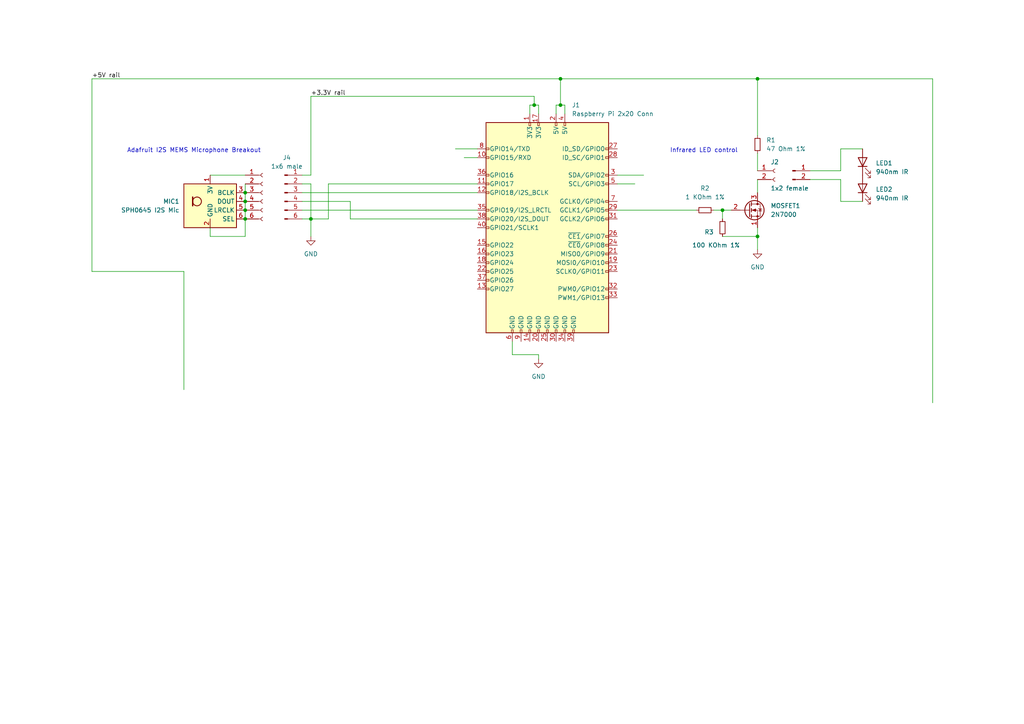
<source format=kicad_sch>
(kicad_sch (version 20211123) (generator eeschema)
  (paper "A4")
  (title_block (title "BirdBox1 Interface Hatlet for Pi Zero W") (date "2024-02-02") (rev "0.1"))
  (lib_symbols
    (symbol "Connector:Conn_01x02_Female" (pin_names (offset 1.016) hide)
      (property "Reference" "J" (at 0 2.54 0))
      (property "Value" "Conn_01x02_Female" (at 0 -5.08 0))
      (symbol "Conn_01x02_Female_1_1"
        (arc (start 0 -2.032) (mid -0.508 -2.54) (end 0 -3.048) (stroke (width 0.1524)))
        (polyline (pts (xy -1.27 -2.54) (xy -0.508 -2.54)) (stroke (width 0.1524)))
        (polyline (pts (xy -1.27 0) (xy -0.508 0)) (stroke (width 0.1524)))
        (arc (start 0 0.508) (mid -0.508 0) (end 0 -0.508) (stroke (width 0.1524)))
        (pin passive line (at -5.08 0 0) (length 3.81) (name "Pin_1") (number "1"))
        (pin passive line (at -5.08 -2.54 0) (length 3.81) (name "Pin_2") (number "2"))
      )
    )
    (symbol "Connector:Conn_01x02_Male" (pin_names (offset 1.016) hide)
      (property "Reference" "J" (at 0 2.54 0))
      (property "Value" "Conn_01x02_Male" (at 0 -5.08 0))
      (symbol "Conn_01x02_Male_1_1"
        (polyline (pts (xy 1.27 -2.54) (xy 0.8636 -2.54)) (stroke (width 0.1524)))
        (polyline (pts (xy 1.27 0) (xy 0.8636 0)) (stroke (width 0.1524)))
        (rectangle (start 0.8636 -2.413) (end 0 -2.667) (stroke (width 0.1524)) (fill (type outline)))
        (rectangle (start 0.8636 0.127) (end 0 -0.127) (stroke (width 0.1524)) (fill (type outline)))
        (pin passive line (at 5.08 0 180) (length 3.81) (name "Pin_1") (number "1"))
        (pin passive line (at 5.08 -2.54 180) (length 3.81) (name "Pin_2") (number "2"))
      )
    )
    (symbol "Connector:Conn_01x06_Female" (pin_names (offset 1.016) hide)
      (property "Reference" "J" (at 0 7.62 0))
      (property "Value" "Conn_01x06_Female" (at 0 -10.16 0))
      (symbol "Conn_01x06_Female_1_1"
        (arc (start 0 -7.112) (mid -0.508 -7.62) (end 0 -8.128) (stroke (width 0.1524)))
        (arc (start 0 -4.572) (mid -0.508 -5.08) (end 0 -5.588) (stroke (width 0.1524)))
        (arc (start 0 -2.032) (mid -0.508 -2.54) (end 0 -3.048) (stroke (width 0.1524)))
        (polyline (pts (xy -1.27 -7.62) (xy -0.508 -7.62)) (stroke (width 0.1524)))
        (polyline (pts (xy -1.27 -5.08) (xy -0.508 -5.08)) (stroke (width 0.1524)))
        (polyline (pts (xy -1.27 -2.54) (xy -0.508 -2.54)) (stroke (width 0.1524)))
        (polyline (pts (xy -1.27 0) (xy -0.508 0)) (stroke (width 0.1524)))
        (polyline (pts (xy -1.27 2.54) (xy -0.508 2.54)) (stroke (width 0.1524)))
        (polyline (pts (xy -1.27 5.08) (xy -0.508 5.08)) (stroke (width 0.1524)))
        (arc (start 0 0.508) (mid -0.508 0) (end 0 -0.508) (stroke (width 0.1524)))
        (arc (start 0 3.048) (mid -0.508 2.54) (end 0 2.032) (stroke (width 0.1524)))
        (arc (start 0 5.588) (mid -0.508 5.08) (end 0 4.572) (stroke (width 0.1524)))
        (pin passive line (at -5.08 5.08 0) (length 3.81) (name "Pin_1") (number "1"))
        (pin passive line (at -5.08 2.54 0) (length 3.81) (name "Pin_2") (number "2"))
        (pin passive line (at -5.08 0 0) (length 3.81) (name "Pin_3") (number "3"))
        (pin passive line (at -5.08 -2.54 0) (length 3.81) (name "Pin_4") (number "4"))
        (pin passive line (at -5.08 -5.08 0) (length 3.81) (name "Pin_5") (number "5"))
        (pin passive line (at -5.08 -7.62 0) (length 3.81) (name "Pin_6") (number "6"))
      )
    )
    (symbol "Connector:Conn_01x06_Male" (pin_names (offset 1.016) hide)
      (property "Reference" "J" (at 0 7.62 0))
      (property "Value" "Conn_01x06_Male" (at 0 -10.16 0))
      (symbol "Conn_01x06_Male_1_1"
        (polyline (pts (xy 1.27 -7.62) (xy 0.8636 -7.62)) (stroke (width 0.1524)))
        (polyline (pts (xy 1.27 -5.08) (xy 0.8636 -5.08)) (stroke (width 0.1524)))
        (polyline (pts (xy 1.27 -2.54) (xy 0.8636 -2.54)) (stroke (width 0.1524)))
        (polyline (pts (xy 1.27 0) (xy 0.8636 0)) (stroke (width 0.1524)))
        (polyline (pts (xy 1.27 2.54) (xy 0.8636 2.54)) (stroke (width 0.1524)))
        (polyline (pts (xy 1.27 5.08) (xy 0.8636 5.08)) (stroke (width 0.1524)))
        (rectangle (start 0.8636 -7.493) (end 0 -7.747) (stroke (width 0.1524)) (fill (type outline)))
        (rectangle (start 0.8636 -4.953) (end 0 -5.207) (stroke (width 0.1524)) (fill (type outline)))
        (rectangle (start 0.8636 -2.413) (end 0 -2.667) (stroke (width 0.1524)) (fill (type outline)))
        (rectangle (start 0.8636 0.127) (end 0 -0.127) (stroke (width 0.1524)) (fill (type outline)))
        (rectangle (start 0.8636 2.667) (end 0 2.413) (stroke (width 0.1524)) (fill (type outline)))
        (rectangle (start 0.8636 5.207) (end 0 4.953) (stroke (width 0.1524)) (fill (type outline)))
        (pin passive line (at 5.08 5.08 180) (length 3.81) (name "Pin_1") (number "1"))
        (pin passive line (at 5.08 2.54 180) (length 3.81) (name "Pin_2") (number "2"))
        (pin passive line (at 5.08 0 180) (length 3.81) (name "Pin_3") (number "3"))
        (pin passive line (at 5.08 -2.54 180) (length 3.81) (name "Pin_4") (number "4"))
        (pin passive line (at 5.08 -5.08 180) (length 3.81) (name "Pin_5") (number "5"))
        (pin passive line (at 5.08 -7.62 180) (length 3.81) (name "Pin_6") (number "6"))
      )
    )
    (symbol "Connector:Raspberry_Pi_2_3" (pin_names (offset 1.016))
      (property "Reference" "J1" (at 7.0994 35.56 0))
      (property "Value" "Raspberry Pi 2x20 Conn" (at 7.0994 33.02 0))
      (symbol "Raspberry_Pi_2_3_0_1"
        (rectangle (start -17.78 30.48) (end 17.78 -30.48) (stroke (width 0.254)) (fill (type background)))
      )
      (symbol "Raspberry_Pi_2_3_1_1"
        (rectangle (start -16.891 -17.526) (end -17.78 -18.034))
        (rectangle (start -16.891 -14.986) (end -17.78 -15.494))
        (rectangle (start -16.891 -12.446) (end -17.78 -12.954))
        (rectangle (start -16.891 -9.906) (end -17.78 -10.414))
        (rectangle (start -16.891 -7.366) (end -17.78 -7.874))
        (rectangle (start -16.891 -4.826) (end -17.78 -5.334))
        (rectangle (start -16.891 0.254) (end -17.78 -0.254))
        (rectangle (start -16.891 2.794) (end -17.78 2.286))
        (rectangle (start -16.891 5.334) (end -17.78 4.826))
        (rectangle (start -16.891 10.414) (end -17.78 9.906))
        (rectangle (start -16.891 12.954) (end -17.78 12.446))
        (rectangle (start -16.891 15.494) (end -17.78 14.986))
        (rectangle (start -16.891 20.574) (end -17.78 20.066))
        (rectangle (start -16.891 23.114) (end -17.78 22.606))
        (rectangle (start -10.414 -29.591) (end -9.906 -30.48))
        (rectangle (start -7.874 -29.591) (end -7.366 -30.48))
        (rectangle (start -5.334 -29.591) (end -4.826 -30.48))
        (rectangle (start -5.334 30.48) (end -4.826 29.591))
        (rectangle (start -2.794 -29.591) (end -2.286 -30.48))
        (rectangle (start -2.794 30.48) (end -2.286 29.591))
        (rectangle (start -0.254 -29.591) (end 0.254 -30.48))
        (rectangle (start 2.286 -29.591) (end 2.794 -30.48))
        (rectangle (start 2.286 30.48) (end 2.794 29.591))
        (rectangle (start 4.826 -29.591) (end 5.334 -30.48))
        (rectangle (start 4.826 30.48) (end 5.334 29.591))
        (rectangle (start 7.366 -29.591) (end 7.874 -30.48))
        (rectangle (start 17.78 -20.066) (end 16.891 -20.574))
        (rectangle (start 17.78 -17.526) (end 16.891 -18.034))
        (rectangle (start 17.78 -12.446) (end 16.891 -12.954))
        (rectangle (start 17.78 -9.906) (end 16.891 -10.414))
        (rectangle (start 17.78 -7.366) (end 16.891 -7.874))
        (rectangle (start 17.78 -4.826) (end 16.891 -5.334))
        (rectangle (start 17.78 -2.286) (end 16.891 -2.794))
        (rectangle (start 17.78 2.794) (end 16.891 2.286))
        (rectangle (start 17.78 5.334) (end 16.891 4.826))
        (rectangle (start 17.78 7.874) (end 16.891 7.366))
        (rectangle (start 17.78 12.954) (end 16.891 12.446))
        (rectangle (start 17.78 15.494) (end 16.891 14.986))
        (rectangle (start 17.78 20.574) (end 16.891 20.066))
        (rectangle (start 17.78 23.114) (end 16.891 22.606))
        (pin power_in line (at -5.08 33.02 270) (length 2.54) (name "3V3") (number "1"))
        (pin bidirectional line (at -20.32 20.32 0) (length 2.54) (name "GPIO15/RXD") (number "10"))
        (pin bidirectional line (at -20.32 12.7 0) (length 2.54) (name "GPIO17") (number "11"))
        (pin bidirectional line (at -20.32 10.16 0) (length 2.54) (name "GPIO18/I2S_BCLK") (number "12"))
        (pin bidirectional line (at -20.32 -17.78 0) (length 2.54) (name "GPIO27") (number "13"))
        (pin power_in line (at -5.08 -33.02 90) (length 2.54) (name "GND") (number "14"))
        (pin bidirectional line (at -20.32 -5.08 0) (length 2.54) (name "GPIO22") (number "15"))
        (pin bidirectional line (at -20.32 -7.62 0) (length 2.54) (name "GPIO23") (number "16"))
        (pin power_in line (at -2.54 33.02 270) (length 2.54) (name "3V3") (number "17"))
        (pin bidirectional line (at -20.32 -10.16 0) (length 2.54) (name "GPIO24") (number "18"))
        (pin bidirectional line (at 20.32 -10.16 180) (length 2.54) (name "MOSI0/GPIO10") (number "19"))
        (pin power_in line (at 2.54 33.02 270) (length 2.54) (name "5V") (number "2"))
        (pin power_in line (at -2.54 -33.02 90) (length 2.54) (name "GND") (number "20"))
        (pin bidirectional line (at 20.32 -7.62 180) (length 2.54) (name "MISO0/GPIO9") (number "21"))
        (pin bidirectional line (at -20.32 -12.7 0) (length 2.54) (name "GPIO25") (number "22"))
        (pin bidirectional line (at 20.32 -12.7 180) (length 2.54) (name "SCLK0/GPIO11") (number "23"))
        (pin bidirectional line (at 20.32 -5.08 180) (length 2.54) (name "~{CE0}/GPIO8") (number "24"))
        (pin power_in line (at 0 -33.02 90) (length 2.54) (name "GND") (number "25"))
        (pin bidirectional line (at 20.32 -2.54 180) (length 2.54) (name "~{CE1}/GPIO7") (number "26"))
        (pin bidirectional line (at 20.32 22.86 180) (length 2.54) (name "ID_SD/GPIO0") (number "27"))
        (pin bidirectional line (at 20.32 20.32 180) (length 2.54) (name "ID_SC/GPIO1") (number "28"))
        (pin bidirectional line (at 20.32 5.08 180) (length 2.54) (name "GCLK1/GPIO5") (number "29"))
        (pin bidirectional line (at 20.32 15.24 180) (length 2.54) (name "SDA/GPIO2") (number "3"))
        (pin power_in line (at 2.54 -33.02 90) (length 2.54) (name "GND") (number "30"))
        (pin bidirectional line (at 20.32 2.54 180) (length 2.54) (name "GCLK2/GPIO6") (number "31"))
        (pin bidirectional line (at 20.32 -17.78 180) (length 2.54) (name "PWM0/GPIO12") (number "32"))
        (pin bidirectional line (at 20.32 -20.32 180) (length 2.54) (name "PWM1/GPIO13") (number "33"))
        (pin power_in line (at 5.08 -33.02 90) (length 2.54) (name "GND") (number "34"))
        (pin bidirectional line (at -20.32 5.08 0) (length 2.54) (name "GPIO19/I2S_LRCTL") (number "35"))
        (pin bidirectional line (at -20.32 15.24 0) (length 2.54) (name "GPIO16") (number "36"))
        (pin bidirectional line (at -20.32 -15.24 0) (length 2.54) (name "GPIO26") (number "37"))
        (pin bidirectional line (at -20.32 2.54 0) (length 2.54) (name "GPIO20/I2S_DOUT") (number "38"))
        (pin power_in line (at 7.62 -33.02 90) (length 2.54) (name "GND") (number "39"))
        (pin power_in line (at 5.08 33.02 270) (length 2.54) (name "5V") (number "4"))
        (pin bidirectional line (at -20.32 0 0) (length 2.54) (name "GPIO21/SCLK1") (number "40"))
        (pin bidirectional line (at 20.32 12.7 180) (length 2.54) (name "SCL/GPIO3") (number "5"))
        (pin power_in line (at -10.16 -33.02 90) (length 2.54) (name "GND") (number "6"))
        (pin bidirectional line (at 20.32 7.62 180) (length 2.54) (name "GCLK0/GPIO4") (number "7"))
        (pin bidirectional line (at -20.32 22.86 0) (length 2.54) (name "GPIO14/TXD") (number "8"))
        (pin power_in line (at -7.62 -33.02 90) (length 2.54) (name "GND") (number "9"))
      )
    )
    (symbol "Device:LED" (pin_numbers hide) (pin_names (offset 1.016) hide)
      (property "Reference" "D" (at 0 2.54 0))
      (property "Value" "LED" (at 0 -2.54 0))
      (symbol "LED_0_1"
        (polyline (pts (xy -1.27 -1.27) (xy -1.27 1.27)) (stroke (width 0.254)))
        (polyline (pts (xy -1.27 0) (xy 1.27 0)))
        (polyline (pts (xy 1.27 -1.27) (xy 1.27 1.27) (xy -1.27 0) (xy 1.27 -1.27)) (stroke (width 0.254)))
        (polyline (pts (xy -3.048 -0.762) (xy -4.572 -2.286) (xy -3.81 -2.286) (xy -4.572 -2.286) (xy -4.572 -1.524)))
        (polyline (pts (xy -1.778 -0.762) (xy -3.302 -2.286) (xy -2.54 -2.286) (xy -3.302 -2.286) (xy -3.302 -1.524)))
      )
      (symbol "LED_1_1"
        (pin passive line (at -3.81 0 0) (length 2.54) (name "K") (number "1"))
        (pin passive line (at 3.81 0 180) (length 2.54) (name "A") (number "2"))
      )
    )
    (symbol "Device:R_Small" (pin_numbers hide) (pin_names (offset 0.254) hide)
      (property "Reference" "R" (at 0.762 0.508 0))
      (property "Value" "R_Small" (at 0.762 -1.016 0))
      (symbol "R_Small_0_1"
        (rectangle (start -0.762 1.778) (end 0.762 -1.778) (stroke (width 0.2032)))
      )
      (symbol "R_Small_1_1"
        (pin passive line (at 0 2.54 270) (length 0.762) (name "~") (number "1"))
        (pin passive line (at 0 -2.54 90) (length 0.762) (name "~") (number "2"))
      )
    )
    (symbol "Sensor_Audio:SPH0641LU4H-1"
      (property "Reference" "MIC1" (at 8.89 1.2701 0))
      (property "Value" "SPH0645LM4H" (at 8.89 -1.2699 0))
      (symbol "SPH0641LU4H-1_1_1"
        (rectangle (start -7.62 5.08) (end 7.62 -7.62) (stroke (width 0.254)) (fill (type background)))
        (circle (center -3.81 0) (radius 1.27) (stroke (width 0.254)))
        (polyline (pts (xy -5.08 1.27) (xy -5.08 -1.27)) (stroke (width 0.381)))
        (pin power_in line (at 0 7.62 270) (length 2.54) (name "3V") (number "1"))
        (pin power_in line (at 0 -7.62 90) (length 2.54) (name "GND") (number "2"))
        (pin input line (at 10.16 2.54 180) (length 2.54) (name "BCLK") (number "3"))
        (pin output line (at 10.16 0 180) (length 2.54) (name "DOUT") (number "4"))
        (pin input line (at 10.16 -2.54 180) (length 2.54) (name "LRCLK") (number "5"))
        (pin input line (at 10.16 -5.08 180) (length 2.54) (name "SEL") (number "6"))
      )
    )
    (symbol "Transistor_FET:2N7000" (pin_names hide)
      (property "Reference" "Q" (at 5.08 1.905 0))
      (property "Value" "2N7000" (at 5.08 0 0))
      (symbol "2N7000_0_1"
        (polyline (pts (xy 0.254 0) (xy -2.54 0)))
        (polyline (pts (xy 0.254 1.905) (xy 0.254 -1.905)) (stroke (width 0.254)))
        (polyline (pts (xy 0.762 -1.27) (xy 0.762 -2.286)) (stroke (width 0.254)))
        (polyline (pts (xy 0.762 0.508) (xy 0.762 -0.508)) (stroke (width 0.254)))
        (polyline (pts (xy 0.762 2.286) (xy 0.762 1.27)) (stroke (width 0.254)))
        (polyline (pts (xy 2.54 2.54) (xy 2.54 1.778)))
        (polyline (pts (xy 2.54 -2.54) (xy 2.54 0) (xy 0.762 0)))
        (polyline (pts (xy 0.762 -1.778) (xy 3.302 -1.778) (xy 3.302 1.778) (xy 0.762 1.778)))
        (polyline (pts (xy 1.016 0) (xy 2.032 0.381) (xy 2.032 -0.381) (xy 1.016 0)) (fill (type outline)))
        (polyline (pts (xy 2.794 0.508) (xy 2.921 0.381) (xy 3.683 0.381) (xy 3.81 0.254)))
        (polyline (pts (xy 3.302 0.381) (xy 2.921 -0.254) (xy 3.683 -0.254) (xy 3.302 0.381)))
        (circle (center 1.651 0) (radius 2.794) (stroke (width 0.254)))
        (circle (center 2.54 -1.778) (radius 0.254) (fill (type outline)))
        (circle (center 2.54 1.778) (radius 0.254) (fill (type outline)))
      )
      (symbol "2N7000_1_1"
        (pin passive line (at 2.54 -5.08 90) (length 2.54) (name "S") (number "1"))
        (pin input line (at -5.08 0 0) (length 2.54) (name "G") (number "2"))
        (pin passive line (at 2.54 5.08 270) (length 2.54) (name "D") (number "3"))
      )
    )
    (symbol "power:GND" (power) (pin_names (offset 0))
      (property "Value" "GND" (at 0 -3.81 0))
      (symbol "GND_0_1"
        (polyline (pts (xy 0 0) (xy 0 -1.27) (xy 1.27 -1.27) (xy 0 -2.54) (xy -1.27 -1.27) (xy 0 -1.27)))
      )
      (symbol "GND_1_1"
        (pin power_in line (at 0 0 270) (length 0) hide (name "GND") (number "1"))
      )
    )
  )
  (junction (at 90.17 63.5))
  (junction (at 71.12 60.96))
  (junction (at 71.12 58.42))
  (junction (at 162.56 30.48))
  (junction (at 71.12 63.5))
  (junction (at 154.94 30.48))
  (junction (at 162.56 22.86))
  (junction (at 209.55 60.96))
  (junction (at 219.71 68.58))
  (junction (at 219.71 22.86))
  (junction (at 71.12 55.88))
  (wire (pts (xy 71.12 60.96) (xy 71.12 63.5)))
  (wire (pts (xy 148.59 102.87) (xy 156.21 102.87)))
  (wire (pts (xy 162.56 22.86) (xy 162.56 30.48)))
  (wire (pts (xy 163.83 30.48) (xy 163.83 33.02)))
  (wire (pts (xy 95.25 53.34) (xy 138.43 53.34)))
  (wire (pts (xy 162.56 22.86) (xy 219.71 22.86)))
  (wire (pts (xy 154.94 30.48) (xy 156.21 30.48)))
  (wire (pts (xy 87.63 63.5) (xy 90.17 63.5)))
  (wire (pts (xy 179.07 50.8) (xy 186.69 50.8)))
  (wire (pts (xy 219.71 22.86) (xy 219.71 39.37)))
  (wire (pts (xy 101.6 63.5) (xy 138.43 63.5)))
  (wire (pts (xy 270.51 22.86) (xy 270.51 116.84)))
  (wire (pts (xy 156.21 30.48) (xy 156.21 33.02)))
  (wire (pts (xy 153.67 33.02) (xy 153.67 30.48)))
  (wire (pts (xy 162.56 30.48) (xy 163.83 30.48)))
  (wire (pts (xy 209.55 60.96) (xy 212.09 60.96)))
  (wire (pts (xy 154.94 27.94) (xy 154.94 30.48)))
  (wire (pts (xy 148.59 99.06) (xy 148.59 102.87)))
  (wire (pts (xy 71.12 68.58) (xy 60.96 68.58)))
  (wire (pts (xy 138.43 45.72) (xy 134.62 45.72)))
  (wire (pts (xy 71.12 55.88) (xy 71.12 58.42)))
  (wire (pts (xy 250.19 58.42) (xy 243.84 58.42)))
  (wire (pts (xy 153.67 30.48) (xy 154.94 30.48)))
  (wire (pts (xy 138.43 43.18) (xy 132.08 43.18)))
  (wire (pts (xy 101.6 58.42) (xy 101.6 63.5)))
  (wire (pts (xy 26.67 22.86) (xy 26.67 78.74)))
  (wire (pts (xy 243.84 43.18) (xy 243.84 49.53)))
  (wire (pts (xy 161.29 30.48) (xy 162.56 30.48)))
  (wire (pts (xy 179.07 60.96) (xy 201.93 60.96)))
  (wire (pts (xy 219.71 66.04) (xy 219.71 68.58)))
  (wire (pts (xy 219.71 22.86) (xy 270.51 22.86)))
  (wire (pts (xy 90.17 63.5) (xy 90.17 68.58)))
  (wire (pts (xy 154.94 27.94) (xy 90.17 27.94)))
  (wire (pts (xy 243.84 58.42) (xy 243.84 52.07)))
  (wire (pts (xy 243.84 52.07) (xy 234.95 52.07)))
  (wire (pts (xy 60.96 68.58) (xy 60.96 66.04)))
  (wire (pts (xy 26.67 78.74) (xy 53.34 78.74)))
  (wire (pts (xy 219.71 68.58) (xy 219.71 72.39)))
  (wire (pts (xy 90.17 27.94) (xy 90.17 50.8)))
  (wire (pts (xy 71.12 63.5) (xy 71.12 68.58)))
  (wire (pts (xy 219.71 52.07) (xy 219.71 55.88)))
  (wire (pts (xy 87.63 60.96) (xy 138.43 60.96)))
  (wire (pts (xy 243.84 49.53) (xy 234.95 49.53)))
  (wire (pts (xy 179.07 53.34) (xy 184.15 53.34)))
  (wire (pts (xy 156.21 102.87) (xy 156.21 104.14)))
  (wire (pts (xy 209.55 68.58) (xy 219.71 68.58)))
  (wire (pts (xy 90.17 53.34) (xy 90.17 63.5)))
  (wire (pts (xy 95.25 63.5) (xy 95.25 53.34)))
  (wire (pts (xy 219.71 44.45) (xy 219.71 49.53)))
  (wire (pts (xy 161.29 30.48) (xy 161.29 33.02)))
  (wire (pts (xy 60.96 50.8) (xy 71.12 50.8)))
  (wire (pts (xy 53.34 78.74) (xy 53.34 113.03)))
  (wire (pts (xy 207.01 60.96) (xy 209.55 60.96)))
  (wire (pts (xy 209.55 60.96) (xy 209.55 63.5)))
  (wire (pts (xy 87.63 58.42) (xy 101.6 58.42)))
  (wire (pts (xy 26.67 22.86) (xy 162.56 22.86)))
  (wire (pts (xy 250.19 43.18) (xy 243.84 43.18)))
  (wire (pts (xy 71.12 58.42) (xy 71.12 60.96)))
  (wire (pts (xy 87.63 55.88) (xy 138.43 55.88)))
  (wire (pts (xy 87.63 50.8) (xy 90.17 50.8)))
  (wire (pts (xy 90.17 63.5) (xy 95.25 63.5)))
  (wire (pts (xy 87.63 53.34) (xy 90.17 53.34)))
  (wire (pts (xy 71.12 53.34) (xy 71.12 55.88)))
  (text "Adafruit I2S MEMS Microphone Breakout" (at 36.83 44.45 0) (effects (font (size 1.27 1.27)) (justify left bottom)))
  (text "Infrared LED control" (at 194.31 44.45 0) (effects (font (size 1.27 1.27)) (justify left bottom)))
  (label "+5V rail" (at 26.67 22.86 0))
  (label "+3.3V rail" (at 90.17 27.94 0))
  (symbol (lib_id "Connector:Raspberry_Pi_2_3") (at 158.75 66.04 0) (unit 1)
    (property "Reference" "J1" (at 165.8494 30.48 0) (effects (justify left)))
    (property "Value" "Raspberry Pi 2x20 Conn" (at 165.8494 33.02 0) (effects (justify left)))
    (property "Datasheet" "https://www.raspberrypi.org/documentation/hardware/raspberrypi/schematics/rpi_SCH_3bplus_1p0_reduced.pdf" (effects hide))
  )
  (symbol (lib_id "Connector:Conn_01x06_Male") (at 82.55 55.88 0) (unit 1)
    (property "Reference" "J4" (at 83.185 45.72 0))
    (property "Value" "1x6 male" (at 83.185 48.26 0))
  )
  (symbol (lib_id "Device:LED") (at 250.19 54.61 90) (unit 1)
    (property "Reference" "LED2" (at 254 54.9274 90) (effects (justify right)))
    (property "Value" "940nm IR" (at 254 57.4674 90) (effects (justify right)))
  )
  (symbol (lib_id "Connector:Conn_01x06_Female") (at 76.2 55.88 0) (unit 1)
    (property "Reference" "J4" (effects hide))
    (property "Value" "1x6 female" (effects hide))
  )
  (symbol (lib_id "Connector:Conn_01x02_Male") (at 229.87 49.53 0) (unit 1)
    (property "Reference" "J2b" (effects hide))
    (property "Value" "1x2 male" (effects hide))
  )
  (symbol (lib_id "Device:R_Small") (at 204.47 60.96 90) (unit 1)
    (property "Reference" "R2" (at 204.47 54.61 90))
    (property "Value" "1 KOhm 1%" (at 204.47 57.15 90))
  )
  (symbol (lib_id "Transistor_FET:2N7000") (at 217.17 60.96 0) (unit 1)
    (property "Reference" "MOSFET1" (at 223.52 59.6899 0) (effects (justify left)))
    (property "Value" "2N7000" (at 223.52 62.2299 0) (effects (justify left)))
    (property "Footprint" "Package_TO_SOT_THT:TO-92_Inline" (effects hide))
    (property "Datasheet" "https://www.vishay.com/docs/70226/70226.pdf" (effects hide))
  )
  (symbol (lib_id "Sensor_Audio:SPH0641LU4H-1") (at 60.96 58.42 0) (unit 1)
    (property "Reference" "MIC1" (at 52.07 58.4199 0) (effects (justify right)))
    (property "Value" "SPH0645 I2S Mic" (at 52.07 60.9599 0) (effects (justify right)))
    (property "Footprint" "Sensor_Audio:Knowles_LGA-5_3.5x2.65mm" (effects hide))
    (property "Datasheet" "https://www.knowles.com/docs/default-source/model-downloads/sph0641lu4h-1-revb.pdf" (effects hide))
  )
  (symbol (lib_id "power:GND") (at 156.21 104.14 0) (unit 1)
    (property "Reference" "#PWR?" (effects hide))
    (property "Value" "GND" (at 156.21 109.22 0))
  )
  (symbol (lib_id "power:GND") (at 90.17 68.58 0) (unit 1)
    (property "Reference" "#PWR0107" (effects hide))
    (property "Value" "GND" (at 90.17 73.66 0))
  )
  (symbol (lib_id "Connector:Conn_01x02_Female") (at 224.79 49.53 0) (unit 1)
    (property "Reference" "J2" (at 223.52 46.99 0) (effects (justify left)))
    (property "Value" "1x2 female" (at 223.52 54.61 0) (effects (justify left)))
  )
  (symbol (lib_id "Device:R_Small") (at 209.55 66.04 0) (unit 1)
    (property "Reference" "R3" (at 207.01 67.31 0) (effects (justify right)))
    (property "Value" "100 KOhm 1%" (at 214.63 71.12 0) (effects (justify right)))
  )
  (symbol (lib_id "Device:LED") (at 250.19 46.99 90) (unit 1)
    (property "Reference" "LED1" (at 254 47.3074 90) (effects (justify right)))
    (property "Value" "940nm IR" (at 254 49.8474 90) (effects (justify right)))
  )
  (symbol (lib_id "power:GND") (at 219.71 72.39 0) (unit 1)
    (property "Reference" "#PWR0101" (effects hide))
    (property "Value" "GND" (at 219.71 77.47 0))
  )
  (symbol (lib_id "Device:R_Small") (at 219.71 41.91 0) (unit 1)
    (property "Reference" "R1" (at 222.25 40.6399 0) (effects (justify left)))
    (property "Value" "47 Ohm 1%" (at 222.25 43.1799 0) (effects (justify left)))
  )
)
</source>
